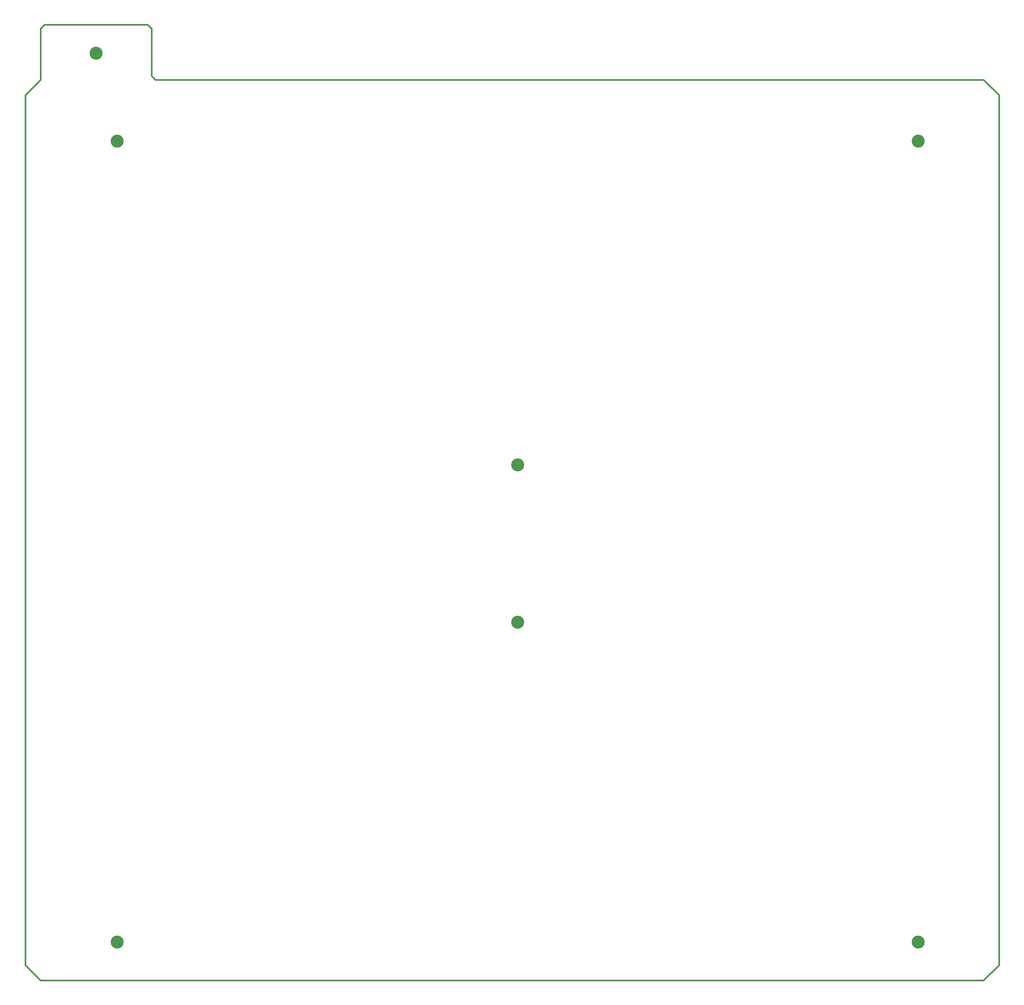
<source format=gbs>
G75*
%MOIN*%
%OFA0B0*%
%FSLAX25Y25*%
%IPPOS*%
%LPD*%
%AMOC8*
5,1,8,0,0,1.08239X$1,22.5*
%
%ADD10C,0.13398*%
%ADD11C,0.01600*%
D10*
X0137792Y0077437D03*
X0137792Y0077437D03*
X0549209Y0406177D03*
X0549209Y0567594D03*
X0137792Y0900272D03*
X0137792Y0900272D03*
X0116138Y0990823D03*
X0960627Y0900272D03*
X0960627Y0900272D03*
X0960627Y0077437D03*
X0960627Y0077437D03*
D11*
X0043304Y0053815D02*
X0043304Y0947516D01*
X0059052Y0963264D01*
X0059052Y1016020D01*
X0062989Y1019957D01*
X0169288Y1019957D01*
X0173225Y1016020D01*
X0173225Y0967201D01*
X0177162Y0963264D01*
X1027556Y0963264D01*
X1043304Y0947516D01*
X1043304Y0053815D01*
X1027556Y0038067D01*
X0059052Y0038067D01*
X0043304Y0053815D01*
M02*

</source>
